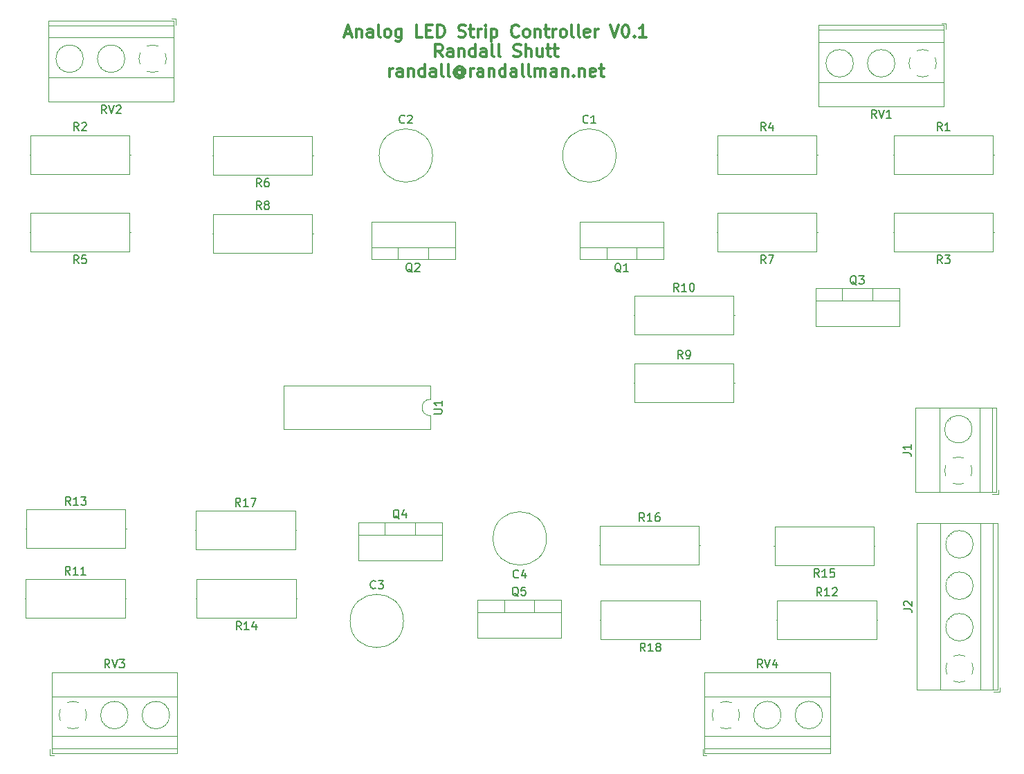
<source format=gbr>
%TF.GenerationSoftware,KiCad,Pcbnew,(6.0.0-0)*%
%TF.CreationDate,2022-02-21T15:28:17-05:00*%
%TF.ProjectId,lm224-3lows-1hi,6c6d3232-342d-4336-9c6f-77732d316869,rev?*%
%TF.SameCoordinates,Original*%
%TF.FileFunction,Legend,Top*%
%TF.FilePolarity,Positive*%
%FSLAX46Y46*%
G04 Gerber Fmt 4.6, Leading zero omitted, Abs format (unit mm)*
G04 Created by KiCad (PCBNEW (6.0.0-0)) date 2022-02-21 15:28:17*
%MOMM*%
%LPD*%
G01*
G04 APERTURE LIST*
%ADD10C,0.300000*%
%ADD11C,0.150000*%
%ADD12C,0.120000*%
G04 APERTURE END LIST*
D10*
X202399028Y-4235800D02*
X203113314Y-4235800D01*
X202256171Y-4664371D02*
X202756171Y-3164371D01*
X203256171Y-4664371D01*
X203756171Y-3664371D02*
X203756171Y-4664371D01*
X203756171Y-3807228D02*
X203827599Y-3735800D01*
X203970457Y-3664371D01*
X204184742Y-3664371D01*
X204327599Y-3735800D01*
X204399028Y-3878657D01*
X204399028Y-4664371D01*
X205756171Y-4664371D02*
X205756171Y-3878657D01*
X205684742Y-3735800D01*
X205541885Y-3664371D01*
X205256171Y-3664371D01*
X205113314Y-3735800D01*
X205756171Y-4592942D02*
X205613314Y-4664371D01*
X205256171Y-4664371D01*
X205113314Y-4592942D01*
X205041885Y-4450085D01*
X205041885Y-4307228D01*
X205113314Y-4164371D01*
X205256171Y-4092942D01*
X205613314Y-4092942D01*
X205756171Y-4021514D01*
X206684742Y-4664371D02*
X206541885Y-4592942D01*
X206470457Y-4450085D01*
X206470457Y-3164371D01*
X207470457Y-4664371D02*
X207327599Y-4592942D01*
X207256171Y-4521514D01*
X207184742Y-4378657D01*
X207184742Y-3950085D01*
X207256171Y-3807228D01*
X207327599Y-3735800D01*
X207470457Y-3664371D01*
X207684742Y-3664371D01*
X207827599Y-3735800D01*
X207899028Y-3807228D01*
X207970457Y-3950085D01*
X207970457Y-4378657D01*
X207899028Y-4521514D01*
X207827599Y-4592942D01*
X207684742Y-4664371D01*
X207470457Y-4664371D01*
X209256171Y-3664371D02*
X209256171Y-4878657D01*
X209184742Y-5021514D01*
X209113314Y-5092942D01*
X208970457Y-5164371D01*
X208756171Y-5164371D01*
X208613314Y-5092942D01*
X209256171Y-4592942D02*
X209113314Y-4664371D01*
X208827599Y-4664371D01*
X208684742Y-4592942D01*
X208613314Y-4521514D01*
X208541885Y-4378657D01*
X208541885Y-3950085D01*
X208613314Y-3807228D01*
X208684742Y-3735800D01*
X208827599Y-3664371D01*
X209113314Y-3664371D01*
X209256171Y-3735800D01*
X211827599Y-4664371D02*
X211113314Y-4664371D01*
X211113314Y-3164371D01*
X212327599Y-3878657D02*
X212827599Y-3878657D01*
X213041885Y-4664371D02*
X212327599Y-4664371D01*
X212327599Y-3164371D01*
X213041885Y-3164371D01*
X213684742Y-4664371D02*
X213684742Y-3164371D01*
X214041885Y-3164371D01*
X214256171Y-3235800D01*
X214399028Y-3378657D01*
X214470457Y-3521514D01*
X214541885Y-3807228D01*
X214541885Y-4021514D01*
X214470457Y-4307228D01*
X214399028Y-4450085D01*
X214256171Y-4592942D01*
X214041885Y-4664371D01*
X213684742Y-4664371D01*
X216256171Y-4592942D02*
X216470457Y-4664371D01*
X216827599Y-4664371D01*
X216970457Y-4592942D01*
X217041885Y-4521514D01*
X217113314Y-4378657D01*
X217113314Y-4235800D01*
X217041885Y-4092942D01*
X216970457Y-4021514D01*
X216827599Y-3950085D01*
X216541885Y-3878657D01*
X216399028Y-3807228D01*
X216327599Y-3735800D01*
X216256171Y-3592942D01*
X216256171Y-3450085D01*
X216327599Y-3307228D01*
X216399028Y-3235800D01*
X216541885Y-3164371D01*
X216899028Y-3164371D01*
X217113314Y-3235800D01*
X217541885Y-3664371D02*
X218113314Y-3664371D01*
X217756171Y-3164371D02*
X217756171Y-4450085D01*
X217827599Y-4592942D01*
X217970457Y-4664371D01*
X218113314Y-4664371D01*
X218613314Y-4664371D02*
X218613314Y-3664371D01*
X218613314Y-3950085D02*
X218684742Y-3807228D01*
X218756171Y-3735800D01*
X218899028Y-3664371D01*
X219041885Y-3664371D01*
X219541885Y-4664371D02*
X219541885Y-3664371D01*
X219541885Y-3164371D02*
X219470457Y-3235800D01*
X219541885Y-3307228D01*
X219613314Y-3235800D01*
X219541885Y-3164371D01*
X219541885Y-3307228D01*
X220256171Y-3664371D02*
X220256171Y-5164371D01*
X220256171Y-3735800D02*
X220399028Y-3664371D01*
X220684742Y-3664371D01*
X220827599Y-3735800D01*
X220899028Y-3807228D01*
X220970457Y-3950085D01*
X220970457Y-4378657D01*
X220899028Y-4521514D01*
X220827599Y-4592942D01*
X220684742Y-4664371D01*
X220399028Y-4664371D01*
X220256171Y-4592942D01*
X223613314Y-4521514D02*
X223541885Y-4592942D01*
X223327599Y-4664371D01*
X223184742Y-4664371D01*
X222970457Y-4592942D01*
X222827599Y-4450085D01*
X222756171Y-4307228D01*
X222684742Y-4021514D01*
X222684742Y-3807228D01*
X222756171Y-3521514D01*
X222827599Y-3378657D01*
X222970457Y-3235800D01*
X223184742Y-3164371D01*
X223327599Y-3164371D01*
X223541885Y-3235800D01*
X223613314Y-3307228D01*
X224470457Y-4664371D02*
X224327599Y-4592942D01*
X224256171Y-4521514D01*
X224184742Y-4378657D01*
X224184742Y-3950085D01*
X224256171Y-3807228D01*
X224327599Y-3735800D01*
X224470457Y-3664371D01*
X224684742Y-3664371D01*
X224827599Y-3735800D01*
X224899028Y-3807228D01*
X224970457Y-3950085D01*
X224970457Y-4378657D01*
X224899028Y-4521514D01*
X224827599Y-4592942D01*
X224684742Y-4664371D01*
X224470457Y-4664371D01*
X225613314Y-3664371D02*
X225613314Y-4664371D01*
X225613314Y-3807228D02*
X225684742Y-3735800D01*
X225827599Y-3664371D01*
X226041885Y-3664371D01*
X226184742Y-3735800D01*
X226256171Y-3878657D01*
X226256171Y-4664371D01*
X226756171Y-3664371D02*
X227327599Y-3664371D01*
X226970457Y-3164371D02*
X226970457Y-4450085D01*
X227041885Y-4592942D01*
X227184742Y-4664371D01*
X227327599Y-4664371D01*
X227827599Y-4664371D02*
X227827599Y-3664371D01*
X227827599Y-3950085D02*
X227899028Y-3807228D01*
X227970457Y-3735800D01*
X228113314Y-3664371D01*
X228256171Y-3664371D01*
X228970457Y-4664371D02*
X228827599Y-4592942D01*
X228756171Y-4521514D01*
X228684742Y-4378657D01*
X228684742Y-3950085D01*
X228756171Y-3807228D01*
X228827599Y-3735800D01*
X228970457Y-3664371D01*
X229184742Y-3664371D01*
X229327599Y-3735800D01*
X229399028Y-3807228D01*
X229470457Y-3950085D01*
X229470457Y-4378657D01*
X229399028Y-4521514D01*
X229327599Y-4592942D01*
X229184742Y-4664371D01*
X228970457Y-4664371D01*
X230327599Y-4664371D02*
X230184742Y-4592942D01*
X230113314Y-4450085D01*
X230113314Y-3164371D01*
X231113314Y-4664371D02*
X230970457Y-4592942D01*
X230899028Y-4450085D01*
X230899028Y-3164371D01*
X232256171Y-4592942D02*
X232113314Y-4664371D01*
X231827600Y-4664371D01*
X231684742Y-4592942D01*
X231613314Y-4450085D01*
X231613314Y-3878657D01*
X231684742Y-3735800D01*
X231827600Y-3664371D01*
X232113314Y-3664371D01*
X232256171Y-3735800D01*
X232327600Y-3878657D01*
X232327600Y-4021514D01*
X231613314Y-4164371D01*
X232970457Y-4664371D02*
X232970457Y-3664371D01*
X232970457Y-3950085D02*
X233041885Y-3807228D01*
X233113314Y-3735800D01*
X233256171Y-3664371D01*
X233399028Y-3664371D01*
X234827600Y-3164371D02*
X235327600Y-4664371D01*
X235827600Y-3164371D01*
X236613314Y-3164371D02*
X236756171Y-3164371D01*
X236899028Y-3235800D01*
X236970457Y-3307228D01*
X237041885Y-3450085D01*
X237113314Y-3735800D01*
X237113314Y-4092942D01*
X237041885Y-4378657D01*
X236970457Y-4521514D01*
X236899028Y-4592942D01*
X236756171Y-4664371D01*
X236613314Y-4664371D01*
X236470457Y-4592942D01*
X236399028Y-4521514D01*
X236327600Y-4378657D01*
X236256171Y-4092942D01*
X236256171Y-3735800D01*
X236327600Y-3450085D01*
X236399028Y-3307228D01*
X236470457Y-3235800D01*
X236613314Y-3164371D01*
X237756171Y-4521514D02*
X237827599Y-4592942D01*
X237756171Y-4664371D01*
X237684742Y-4592942D01*
X237756171Y-4521514D01*
X237756171Y-4664371D01*
X239256171Y-4664371D02*
X238399028Y-4664371D01*
X238827600Y-4664371D02*
X238827600Y-3164371D01*
X238684742Y-3378657D01*
X238541885Y-3521514D01*
X238399028Y-3592942D01*
X214291885Y-7079371D02*
X213791885Y-6365085D01*
X213434742Y-7079371D02*
X213434742Y-5579371D01*
X214006171Y-5579371D01*
X214149028Y-5650800D01*
X214220457Y-5722228D01*
X214291885Y-5865085D01*
X214291885Y-6079371D01*
X214220457Y-6222228D01*
X214149028Y-6293657D01*
X214006171Y-6365085D01*
X213434742Y-6365085D01*
X215577600Y-7079371D02*
X215577600Y-6293657D01*
X215506171Y-6150800D01*
X215363314Y-6079371D01*
X215077600Y-6079371D01*
X214934742Y-6150800D01*
X215577600Y-7007942D02*
X215434742Y-7079371D01*
X215077600Y-7079371D01*
X214934742Y-7007942D01*
X214863314Y-6865085D01*
X214863314Y-6722228D01*
X214934742Y-6579371D01*
X215077600Y-6507942D01*
X215434742Y-6507942D01*
X215577600Y-6436514D01*
X216291885Y-6079371D02*
X216291885Y-7079371D01*
X216291885Y-6222228D02*
X216363314Y-6150800D01*
X216506171Y-6079371D01*
X216720457Y-6079371D01*
X216863314Y-6150800D01*
X216934742Y-6293657D01*
X216934742Y-7079371D01*
X218291885Y-7079371D02*
X218291885Y-5579371D01*
X218291885Y-7007942D02*
X218149028Y-7079371D01*
X217863314Y-7079371D01*
X217720457Y-7007942D01*
X217649028Y-6936514D01*
X217577600Y-6793657D01*
X217577600Y-6365085D01*
X217649028Y-6222228D01*
X217720457Y-6150800D01*
X217863314Y-6079371D01*
X218149028Y-6079371D01*
X218291885Y-6150800D01*
X219649028Y-7079371D02*
X219649028Y-6293657D01*
X219577600Y-6150800D01*
X219434742Y-6079371D01*
X219149028Y-6079371D01*
X219006171Y-6150800D01*
X219649028Y-7007942D02*
X219506171Y-7079371D01*
X219149028Y-7079371D01*
X219006171Y-7007942D01*
X218934742Y-6865085D01*
X218934742Y-6722228D01*
X219006171Y-6579371D01*
X219149028Y-6507942D01*
X219506171Y-6507942D01*
X219649028Y-6436514D01*
X220577600Y-7079371D02*
X220434742Y-7007942D01*
X220363314Y-6865085D01*
X220363314Y-5579371D01*
X221363314Y-7079371D02*
X221220457Y-7007942D01*
X221149028Y-6865085D01*
X221149028Y-5579371D01*
X223006171Y-7007942D02*
X223220457Y-7079371D01*
X223577600Y-7079371D01*
X223720457Y-7007942D01*
X223791885Y-6936514D01*
X223863314Y-6793657D01*
X223863314Y-6650800D01*
X223791885Y-6507942D01*
X223720457Y-6436514D01*
X223577600Y-6365085D01*
X223291885Y-6293657D01*
X223149028Y-6222228D01*
X223077600Y-6150800D01*
X223006171Y-6007942D01*
X223006171Y-5865085D01*
X223077600Y-5722228D01*
X223149028Y-5650800D01*
X223291885Y-5579371D01*
X223649028Y-5579371D01*
X223863314Y-5650800D01*
X224506171Y-7079371D02*
X224506171Y-5579371D01*
X225149028Y-7079371D02*
X225149028Y-6293657D01*
X225077600Y-6150800D01*
X224934742Y-6079371D01*
X224720457Y-6079371D01*
X224577600Y-6150800D01*
X224506171Y-6222228D01*
X226506171Y-6079371D02*
X226506171Y-7079371D01*
X225863314Y-6079371D02*
X225863314Y-6865085D01*
X225934742Y-7007942D01*
X226077600Y-7079371D01*
X226291885Y-7079371D01*
X226434742Y-7007942D01*
X226506171Y-6936514D01*
X227006171Y-6079371D02*
X227577600Y-6079371D01*
X227220457Y-5579371D02*
X227220457Y-6865085D01*
X227291885Y-7007942D01*
X227434742Y-7079371D01*
X227577600Y-7079371D01*
X227863314Y-6079371D02*
X228434742Y-6079371D01*
X228077600Y-5579371D02*
X228077600Y-6865085D01*
X228149028Y-7007942D01*
X228291885Y-7079371D01*
X228434742Y-7079371D01*
X207827600Y-9494371D02*
X207827600Y-8494371D01*
X207827600Y-8780085D02*
X207899028Y-8637228D01*
X207970457Y-8565800D01*
X208113314Y-8494371D01*
X208256171Y-8494371D01*
X209399028Y-9494371D02*
X209399028Y-8708657D01*
X209327600Y-8565800D01*
X209184742Y-8494371D01*
X208899028Y-8494371D01*
X208756171Y-8565800D01*
X209399028Y-9422942D02*
X209256171Y-9494371D01*
X208899028Y-9494371D01*
X208756171Y-9422942D01*
X208684742Y-9280085D01*
X208684742Y-9137228D01*
X208756171Y-8994371D01*
X208899028Y-8922942D01*
X209256171Y-8922942D01*
X209399028Y-8851514D01*
X210113314Y-8494371D02*
X210113314Y-9494371D01*
X210113314Y-8637228D02*
X210184742Y-8565800D01*
X210327600Y-8494371D01*
X210541885Y-8494371D01*
X210684742Y-8565800D01*
X210756171Y-8708657D01*
X210756171Y-9494371D01*
X212113314Y-9494371D02*
X212113314Y-7994371D01*
X212113314Y-9422942D02*
X211970457Y-9494371D01*
X211684742Y-9494371D01*
X211541885Y-9422942D01*
X211470457Y-9351514D01*
X211399028Y-9208657D01*
X211399028Y-8780085D01*
X211470457Y-8637228D01*
X211541885Y-8565800D01*
X211684742Y-8494371D01*
X211970457Y-8494371D01*
X212113314Y-8565800D01*
X213470457Y-9494371D02*
X213470457Y-8708657D01*
X213399028Y-8565800D01*
X213256171Y-8494371D01*
X212970457Y-8494371D01*
X212827600Y-8565800D01*
X213470457Y-9422942D02*
X213327600Y-9494371D01*
X212970457Y-9494371D01*
X212827600Y-9422942D01*
X212756171Y-9280085D01*
X212756171Y-9137228D01*
X212827600Y-8994371D01*
X212970457Y-8922942D01*
X213327600Y-8922942D01*
X213470457Y-8851514D01*
X214399028Y-9494371D02*
X214256171Y-9422942D01*
X214184742Y-9280085D01*
X214184742Y-7994371D01*
X215184742Y-9494371D02*
X215041885Y-9422942D01*
X214970457Y-9280085D01*
X214970457Y-7994371D01*
X216684742Y-8780085D02*
X216613314Y-8708657D01*
X216470457Y-8637228D01*
X216327600Y-8637228D01*
X216184742Y-8708657D01*
X216113314Y-8780085D01*
X216041885Y-8922942D01*
X216041885Y-9065800D01*
X216113314Y-9208657D01*
X216184742Y-9280085D01*
X216327600Y-9351514D01*
X216470457Y-9351514D01*
X216613314Y-9280085D01*
X216684742Y-9208657D01*
X216684742Y-8637228D02*
X216684742Y-9208657D01*
X216756171Y-9280085D01*
X216827600Y-9280085D01*
X216970457Y-9208657D01*
X217041885Y-9065800D01*
X217041885Y-8708657D01*
X216899028Y-8494371D01*
X216684742Y-8351514D01*
X216399028Y-8280085D01*
X216113314Y-8351514D01*
X215899028Y-8494371D01*
X215756171Y-8708657D01*
X215684742Y-8994371D01*
X215756171Y-9280085D01*
X215899028Y-9494371D01*
X216113314Y-9637228D01*
X216399028Y-9708657D01*
X216684742Y-9637228D01*
X216899028Y-9494371D01*
X217684742Y-9494371D02*
X217684742Y-8494371D01*
X217684742Y-8780085D02*
X217756171Y-8637228D01*
X217827600Y-8565800D01*
X217970457Y-8494371D01*
X218113314Y-8494371D01*
X219256171Y-9494371D02*
X219256171Y-8708657D01*
X219184742Y-8565800D01*
X219041885Y-8494371D01*
X218756171Y-8494371D01*
X218613314Y-8565800D01*
X219256171Y-9422942D02*
X219113314Y-9494371D01*
X218756171Y-9494371D01*
X218613314Y-9422942D01*
X218541885Y-9280085D01*
X218541885Y-9137228D01*
X218613314Y-8994371D01*
X218756171Y-8922942D01*
X219113314Y-8922942D01*
X219256171Y-8851514D01*
X219970457Y-8494371D02*
X219970457Y-9494371D01*
X219970457Y-8637228D02*
X220041885Y-8565800D01*
X220184742Y-8494371D01*
X220399028Y-8494371D01*
X220541885Y-8565800D01*
X220613314Y-8708657D01*
X220613314Y-9494371D01*
X221970457Y-9494371D02*
X221970457Y-7994371D01*
X221970457Y-9422942D02*
X221827600Y-9494371D01*
X221541885Y-9494371D01*
X221399028Y-9422942D01*
X221327600Y-9351514D01*
X221256171Y-9208657D01*
X221256171Y-8780085D01*
X221327600Y-8637228D01*
X221399028Y-8565800D01*
X221541885Y-8494371D01*
X221827600Y-8494371D01*
X221970457Y-8565800D01*
X223327600Y-9494371D02*
X223327600Y-8708657D01*
X223256171Y-8565800D01*
X223113314Y-8494371D01*
X222827600Y-8494371D01*
X222684742Y-8565800D01*
X223327600Y-9422942D02*
X223184742Y-9494371D01*
X222827600Y-9494371D01*
X222684742Y-9422942D01*
X222613314Y-9280085D01*
X222613314Y-9137228D01*
X222684742Y-8994371D01*
X222827600Y-8922942D01*
X223184742Y-8922942D01*
X223327600Y-8851514D01*
X224256171Y-9494371D02*
X224113314Y-9422942D01*
X224041885Y-9280085D01*
X224041885Y-7994371D01*
X225041885Y-9494371D02*
X224899028Y-9422942D01*
X224827600Y-9280085D01*
X224827600Y-7994371D01*
X225613314Y-9494371D02*
X225613314Y-8494371D01*
X225613314Y-8637228D02*
X225684742Y-8565800D01*
X225827600Y-8494371D01*
X226041885Y-8494371D01*
X226184742Y-8565800D01*
X226256171Y-8708657D01*
X226256171Y-9494371D01*
X226256171Y-8708657D02*
X226327600Y-8565800D01*
X226470457Y-8494371D01*
X226684742Y-8494371D01*
X226827600Y-8565800D01*
X226899028Y-8708657D01*
X226899028Y-9494371D01*
X228256171Y-9494371D02*
X228256171Y-8708657D01*
X228184742Y-8565800D01*
X228041885Y-8494371D01*
X227756171Y-8494371D01*
X227613314Y-8565800D01*
X228256171Y-9422942D02*
X228113314Y-9494371D01*
X227756171Y-9494371D01*
X227613314Y-9422942D01*
X227541885Y-9280085D01*
X227541885Y-9137228D01*
X227613314Y-8994371D01*
X227756171Y-8922942D01*
X228113314Y-8922942D01*
X228256171Y-8851514D01*
X228970457Y-8494371D02*
X228970457Y-9494371D01*
X228970457Y-8637228D02*
X229041885Y-8565800D01*
X229184742Y-8494371D01*
X229399028Y-8494371D01*
X229541885Y-8565800D01*
X229613314Y-8708657D01*
X229613314Y-9494371D01*
X230327600Y-9351514D02*
X230399028Y-9422942D01*
X230327600Y-9494371D01*
X230256171Y-9422942D01*
X230327600Y-9351514D01*
X230327600Y-9494371D01*
X231041885Y-8494371D02*
X231041885Y-9494371D01*
X231041885Y-8637228D02*
X231113314Y-8565800D01*
X231256171Y-8494371D01*
X231470457Y-8494371D01*
X231613314Y-8565800D01*
X231684742Y-8708657D01*
X231684742Y-9494371D01*
X232970457Y-9422942D02*
X232827600Y-9494371D01*
X232541885Y-9494371D01*
X232399028Y-9422942D01*
X232327600Y-9280085D01*
X232327600Y-8708657D01*
X232399028Y-8565800D01*
X232541885Y-8494371D01*
X232827600Y-8494371D01*
X232970457Y-8565800D01*
X233041885Y-8708657D01*
X233041885Y-8851514D01*
X232327600Y-8994371D01*
X233470457Y-8494371D02*
X234041885Y-8494371D01*
X233684742Y-7994371D02*
X233684742Y-9280085D01*
X233756171Y-9422942D01*
X233899028Y-9494371D01*
X234041885Y-9494371D01*
D11*
%TO.C,Q3*%
X264953761Y-35012619D02*
X264858523Y-34965000D01*
X264763285Y-34869761D01*
X264620428Y-34726904D01*
X264525190Y-34679285D01*
X264429952Y-34679285D01*
X264477571Y-34917380D02*
X264382333Y-34869761D01*
X264287095Y-34774523D01*
X264239476Y-34584047D01*
X264239476Y-34250714D01*
X264287095Y-34060238D01*
X264382333Y-33965000D01*
X264477571Y-33917380D01*
X264668047Y-33917380D01*
X264763285Y-33965000D01*
X264858523Y-34060238D01*
X264906142Y-34250714D01*
X264906142Y-34584047D01*
X264858523Y-34774523D01*
X264763285Y-34869761D01*
X264668047Y-34917380D01*
X264477571Y-34917380D01*
X265239476Y-33917380D02*
X265858523Y-33917380D01*
X265525190Y-34298333D01*
X265668047Y-34298333D01*
X265763285Y-34345952D01*
X265810904Y-34393571D01*
X265858523Y-34488809D01*
X265858523Y-34726904D01*
X265810904Y-34822142D01*
X265763285Y-34869761D01*
X265668047Y-34917380D01*
X265382333Y-34917380D01*
X265287095Y-34869761D01*
X265239476Y-34822142D01*
%TO.C,R11*%
X168724342Y-70539180D02*
X168391009Y-70062990D01*
X168152914Y-70539180D02*
X168152914Y-69539180D01*
X168533866Y-69539180D01*
X168629104Y-69586800D01*
X168676723Y-69634419D01*
X168724342Y-69729657D01*
X168724342Y-69872514D01*
X168676723Y-69967752D01*
X168629104Y-70015371D01*
X168533866Y-70062990D01*
X168152914Y-70062990D01*
X169676723Y-70539180D02*
X169105295Y-70539180D01*
X169391009Y-70539180D02*
X169391009Y-69539180D01*
X169295771Y-69682038D01*
X169200533Y-69777276D01*
X169105295Y-69824895D01*
X170629104Y-70539180D02*
X170057676Y-70539180D01*
X170343390Y-70539180D02*
X170343390Y-69539180D01*
X170248152Y-69682038D01*
X170152914Y-69777276D01*
X170057676Y-69824895D01*
%TO.C,R16*%
X238980742Y-63985980D02*
X238647409Y-63509790D01*
X238409314Y-63985980D02*
X238409314Y-62985980D01*
X238790266Y-62985980D01*
X238885504Y-63033600D01*
X238933123Y-63081219D01*
X238980742Y-63176457D01*
X238980742Y-63319314D01*
X238933123Y-63414552D01*
X238885504Y-63462171D01*
X238790266Y-63509790D01*
X238409314Y-63509790D01*
X239933123Y-63985980D02*
X239361695Y-63985980D01*
X239647409Y-63985980D02*
X239647409Y-62985980D01*
X239552171Y-63128838D01*
X239456933Y-63224076D01*
X239361695Y-63271695D01*
X240790266Y-62985980D02*
X240599790Y-62985980D01*
X240504552Y-63033600D01*
X240456933Y-63081219D01*
X240361695Y-63224076D01*
X240314076Y-63414552D01*
X240314076Y-63795504D01*
X240361695Y-63890742D01*
X240409314Y-63938361D01*
X240504552Y-63985980D01*
X240695028Y-63985980D01*
X240790266Y-63938361D01*
X240837885Y-63890742D01*
X240885504Y-63795504D01*
X240885504Y-63557409D01*
X240837885Y-63462171D01*
X240790266Y-63414552D01*
X240695028Y-63366933D01*
X240504552Y-63366933D01*
X240409314Y-63414552D01*
X240361695Y-63462171D01*
X240314076Y-63557409D01*
%TO.C,J1*%
X270611380Y-55583333D02*
X271325666Y-55583333D01*
X271468523Y-55630952D01*
X271563761Y-55726190D01*
X271611380Y-55869047D01*
X271611380Y-55964285D01*
X271611380Y-54583333D02*
X271611380Y-55154761D01*
X271611380Y-54869047D02*
X270611380Y-54869047D01*
X270754238Y-54964285D01*
X270849476Y-55059523D01*
X270897095Y-55154761D01*
%TO.C,RV2*%
X173145761Y-14027380D02*
X172812428Y-13551190D01*
X172574333Y-14027380D02*
X172574333Y-13027380D01*
X172955285Y-13027380D01*
X173050523Y-13075000D01*
X173098142Y-13122619D01*
X173145761Y-13217857D01*
X173145761Y-13360714D01*
X173098142Y-13455952D01*
X173050523Y-13503571D01*
X172955285Y-13551190D01*
X172574333Y-13551190D01*
X173431476Y-13027380D02*
X173764809Y-14027380D01*
X174098142Y-13027380D01*
X174383857Y-13122619D02*
X174431476Y-13075000D01*
X174526714Y-13027380D01*
X174764809Y-13027380D01*
X174860047Y-13075000D01*
X174907666Y-13122619D01*
X174955285Y-13217857D01*
X174955285Y-13313095D01*
X174907666Y-13455952D01*
X174336238Y-14027380D01*
X174955285Y-14027380D01*
%TO.C,C1*%
X232096333Y-15134142D02*
X232048714Y-15181761D01*
X231905857Y-15229380D01*
X231810619Y-15229380D01*
X231667761Y-15181761D01*
X231572523Y-15086523D01*
X231524904Y-14991285D01*
X231477285Y-14800809D01*
X231477285Y-14657952D01*
X231524904Y-14467476D01*
X231572523Y-14372238D01*
X231667761Y-14277000D01*
X231810619Y-14229380D01*
X231905857Y-14229380D01*
X232048714Y-14277000D01*
X232096333Y-14324619D01*
X233048714Y-15229380D02*
X232477285Y-15229380D01*
X232763000Y-15229380D02*
X232763000Y-14229380D01*
X232667761Y-14372238D01*
X232572523Y-14467476D01*
X232477285Y-14515095D01*
%TO.C,R5*%
X169759333Y-32397380D02*
X169426000Y-31921190D01*
X169187904Y-32397380D02*
X169187904Y-31397380D01*
X169568857Y-31397380D01*
X169664095Y-31445000D01*
X169711714Y-31492619D01*
X169759333Y-31587857D01*
X169759333Y-31730714D01*
X169711714Y-31825952D01*
X169664095Y-31873571D01*
X169568857Y-31921190D01*
X169187904Y-31921190D01*
X170664095Y-31397380D02*
X170187904Y-31397380D01*
X170140285Y-31873571D01*
X170187904Y-31825952D01*
X170283142Y-31778333D01*
X170521238Y-31778333D01*
X170616476Y-31825952D01*
X170664095Y-31873571D01*
X170711714Y-31968809D01*
X170711714Y-32206904D01*
X170664095Y-32302142D01*
X170616476Y-32349761D01*
X170521238Y-32397380D01*
X170283142Y-32397380D01*
X170187904Y-32349761D01*
X170140285Y-32302142D01*
%TO.C,R14*%
X189653942Y-77279180D02*
X189320609Y-76802990D01*
X189082514Y-77279180D02*
X189082514Y-76279180D01*
X189463466Y-76279180D01*
X189558704Y-76326800D01*
X189606323Y-76374419D01*
X189653942Y-76469657D01*
X189653942Y-76612514D01*
X189606323Y-76707752D01*
X189558704Y-76755371D01*
X189463466Y-76802990D01*
X189082514Y-76802990D01*
X190606323Y-77279180D02*
X190034895Y-77279180D01*
X190320609Y-77279180D02*
X190320609Y-76279180D01*
X190225371Y-76422038D01*
X190130133Y-76517276D01*
X190034895Y-76564895D01*
X191463466Y-76612514D02*
X191463466Y-77279180D01*
X191225371Y-76231561D02*
X190987276Y-76945847D01*
X191606323Y-76945847D01*
%TO.C,R7*%
X253833333Y-32397380D02*
X253500000Y-31921190D01*
X253261904Y-32397380D02*
X253261904Y-31397380D01*
X253642857Y-31397380D01*
X253738095Y-31445000D01*
X253785714Y-31492619D01*
X253833333Y-31587857D01*
X253833333Y-31730714D01*
X253785714Y-31825952D01*
X253738095Y-31873571D01*
X253642857Y-31921190D01*
X253261904Y-31921190D01*
X254166666Y-31397380D02*
X254833333Y-31397380D01*
X254404761Y-32397380D01*
%TO.C,R12*%
X260672342Y-73129980D02*
X260339009Y-72653790D01*
X260100914Y-73129980D02*
X260100914Y-72129980D01*
X260481866Y-72129980D01*
X260577104Y-72177600D01*
X260624723Y-72225219D01*
X260672342Y-72320457D01*
X260672342Y-72463314D01*
X260624723Y-72558552D01*
X260577104Y-72606171D01*
X260481866Y-72653790D01*
X260100914Y-72653790D01*
X261624723Y-73129980D02*
X261053295Y-73129980D01*
X261339009Y-73129980D02*
X261339009Y-72129980D01*
X261243771Y-72272838D01*
X261148533Y-72368076D01*
X261053295Y-72415695D01*
X262005676Y-72225219D02*
X262053295Y-72177600D01*
X262148533Y-72129980D01*
X262386628Y-72129980D01*
X262481866Y-72177600D01*
X262529485Y-72225219D01*
X262577104Y-72320457D01*
X262577104Y-72415695D01*
X262529485Y-72558552D01*
X261958057Y-73129980D01*
X262577104Y-73129980D01*
%TO.C,R15*%
X260367542Y-70827580D02*
X260034209Y-70351390D01*
X259796114Y-70827580D02*
X259796114Y-69827580D01*
X260177066Y-69827580D01*
X260272304Y-69875200D01*
X260319923Y-69922819D01*
X260367542Y-70018057D01*
X260367542Y-70160914D01*
X260319923Y-70256152D01*
X260272304Y-70303771D01*
X260177066Y-70351390D01*
X259796114Y-70351390D01*
X261319923Y-70827580D02*
X260748495Y-70827580D01*
X261034209Y-70827580D02*
X261034209Y-69827580D01*
X260938971Y-69970438D01*
X260843733Y-70065676D01*
X260748495Y-70113295D01*
X262224685Y-69827580D02*
X261748495Y-69827580D01*
X261700876Y-70303771D01*
X261748495Y-70256152D01*
X261843733Y-70208533D01*
X262081828Y-70208533D01*
X262177066Y-70256152D01*
X262224685Y-70303771D01*
X262272304Y-70399009D01*
X262272304Y-70637104D01*
X262224685Y-70732342D01*
X262177066Y-70779961D01*
X262081828Y-70827580D01*
X261843733Y-70827580D01*
X261748495Y-70779961D01*
X261700876Y-70732342D01*
%TO.C,R8*%
X192111333Y-25784380D02*
X191778000Y-25308190D01*
X191539904Y-25784380D02*
X191539904Y-24784380D01*
X191920857Y-24784380D01*
X192016095Y-24832000D01*
X192063714Y-24879619D01*
X192111333Y-24974857D01*
X192111333Y-25117714D01*
X192063714Y-25212952D01*
X192016095Y-25260571D01*
X191920857Y-25308190D01*
X191539904Y-25308190D01*
X192682761Y-25212952D02*
X192587523Y-25165333D01*
X192539904Y-25117714D01*
X192492285Y-25022476D01*
X192492285Y-24974857D01*
X192539904Y-24879619D01*
X192587523Y-24832000D01*
X192682761Y-24784380D01*
X192873238Y-24784380D01*
X192968476Y-24832000D01*
X193016095Y-24879619D01*
X193063714Y-24974857D01*
X193063714Y-25022476D01*
X193016095Y-25117714D01*
X192968476Y-25165333D01*
X192873238Y-25212952D01*
X192682761Y-25212952D01*
X192587523Y-25260571D01*
X192539904Y-25308190D01*
X192492285Y-25403428D01*
X192492285Y-25593904D01*
X192539904Y-25689142D01*
X192587523Y-25736761D01*
X192682761Y-25784380D01*
X192873238Y-25784380D01*
X192968476Y-25736761D01*
X193016095Y-25689142D01*
X193063714Y-25593904D01*
X193063714Y-25403428D01*
X193016095Y-25308190D01*
X192968476Y-25260571D01*
X192873238Y-25212952D01*
%TO.C,R18*%
X239082342Y-79920780D02*
X238749009Y-79444590D01*
X238510914Y-79920780D02*
X238510914Y-78920780D01*
X238891866Y-78920780D01*
X238987104Y-78968400D01*
X239034723Y-79016019D01*
X239082342Y-79111257D01*
X239082342Y-79254114D01*
X239034723Y-79349352D01*
X238987104Y-79396971D01*
X238891866Y-79444590D01*
X238510914Y-79444590D01*
X240034723Y-79920780D02*
X239463295Y-79920780D01*
X239749009Y-79920780D02*
X239749009Y-78920780D01*
X239653771Y-79063638D01*
X239558533Y-79158876D01*
X239463295Y-79206495D01*
X240606152Y-79349352D02*
X240510914Y-79301733D01*
X240463295Y-79254114D01*
X240415676Y-79158876D01*
X240415676Y-79111257D01*
X240463295Y-79016019D01*
X240510914Y-78968400D01*
X240606152Y-78920780D01*
X240796628Y-78920780D01*
X240891866Y-78968400D01*
X240939485Y-79016019D01*
X240987104Y-79111257D01*
X240987104Y-79158876D01*
X240939485Y-79254114D01*
X240891866Y-79301733D01*
X240796628Y-79349352D01*
X240606152Y-79349352D01*
X240510914Y-79396971D01*
X240463295Y-79444590D01*
X240415676Y-79539828D01*
X240415676Y-79730304D01*
X240463295Y-79825542D01*
X240510914Y-79873161D01*
X240606152Y-79920780D01*
X240796628Y-79920780D01*
X240891866Y-79873161D01*
X240939485Y-79825542D01*
X240987104Y-79730304D01*
X240987104Y-79539828D01*
X240939485Y-79444590D01*
X240891866Y-79396971D01*
X240796628Y-79349352D01*
%TO.C,C2*%
X209637333Y-15134142D02*
X209589714Y-15181761D01*
X209446857Y-15229380D01*
X209351619Y-15229380D01*
X209208761Y-15181761D01*
X209113523Y-15086523D01*
X209065904Y-14991285D01*
X209018285Y-14800809D01*
X209018285Y-14657952D01*
X209065904Y-14467476D01*
X209113523Y-14372238D01*
X209208761Y-14277000D01*
X209351619Y-14229380D01*
X209446857Y-14229380D01*
X209589714Y-14277000D01*
X209637333Y-14324619D01*
X210018285Y-14324619D02*
X210065904Y-14277000D01*
X210161142Y-14229380D01*
X210399238Y-14229380D01*
X210494476Y-14277000D01*
X210542095Y-14324619D01*
X210589714Y-14419857D01*
X210589714Y-14515095D01*
X210542095Y-14657952D01*
X209970666Y-15229380D01*
X210589714Y-15229380D01*
%TO.C,RV1*%
X267374761Y-14586380D02*
X267041428Y-14110190D01*
X266803333Y-14586380D02*
X266803333Y-13586380D01*
X267184285Y-13586380D01*
X267279523Y-13634000D01*
X267327142Y-13681619D01*
X267374761Y-13776857D01*
X267374761Y-13919714D01*
X267327142Y-14014952D01*
X267279523Y-14062571D01*
X267184285Y-14110190D01*
X266803333Y-14110190D01*
X267660476Y-13586380D02*
X267993809Y-14586380D01*
X268327142Y-13586380D01*
X269184285Y-14586380D02*
X268612857Y-14586380D01*
X268898571Y-14586380D02*
X268898571Y-13586380D01*
X268803333Y-13729238D01*
X268708095Y-13824476D01*
X268612857Y-13872095D01*
%TO.C,R2*%
X169759333Y-16132380D02*
X169426000Y-15656190D01*
X169187904Y-16132380D02*
X169187904Y-15132380D01*
X169568857Y-15132380D01*
X169664095Y-15180000D01*
X169711714Y-15227619D01*
X169759333Y-15322857D01*
X169759333Y-15465714D01*
X169711714Y-15560952D01*
X169664095Y-15608571D01*
X169568857Y-15656190D01*
X169187904Y-15656190D01*
X170140285Y-15227619D02*
X170187904Y-15180000D01*
X170283142Y-15132380D01*
X170521238Y-15132380D01*
X170616476Y-15180000D01*
X170664095Y-15227619D01*
X170711714Y-15322857D01*
X170711714Y-15418095D01*
X170664095Y-15560952D01*
X170092666Y-16132380D01*
X170711714Y-16132380D01*
%TO.C,Q2*%
X210597761Y-33463619D02*
X210502523Y-33416000D01*
X210407285Y-33320761D01*
X210264428Y-33177904D01*
X210169190Y-33130285D01*
X210073952Y-33130285D01*
X210121571Y-33368380D02*
X210026333Y-33320761D01*
X209931095Y-33225523D01*
X209883476Y-33035047D01*
X209883476Y-32701714D01*
X209931095Y-32511238D01*
X210026333Y-32416000D01*
X210121571Y-32368380D01*
X210312047Y-32368380D01*
X210407285Y-32416000D01*
X210502523Y-32511238D01*
X210550142Y-32701714D01*
X210550142Y-33035047D01*
X210502523Y-33225523D01*
X210407285Y-33320761D01*
X210312047Y-33368380D01*
X210121571Y-33368380D01*
X210931095Y-32463619D02*
X210978714Y-32416000D01*
X211073952Y-32368380D01*
X211312047Y-32368380D01*
X211407285Y-32416000D01*
X211454904Y-32463619D01*
X211502523Y-32558857D01*
X211502523Y-32654095D01*
X211454904Y-32796952D01*
X210883476Y-33368380D01*
X211502523Y-33368380D01*
%TO.C,R10*%
X243197142Y-35817380D02*
X242863809Y-35341190D01*
X242625714Y-35817380D02*
X242625714Y-34817380D01*
X243006666Y-34817380D01*
X243101904Y-34865000D01*
X243149523Y-34912619D01*
X243197142Y-35007857D01*
X243197142Y-35150714D01*
X243149523Y-35245952D01*
X243101904Y-35293571D01*
X243006666Y-35341190D01*
X242625714Y-35341190D01*
X244149523Y-35817380D02*
X243578095Y-35817380D01*
X243863809Y-35817380D02*
X243863809Y-34817380D01*
X243768571Y-34960238D01*
X243673333Y-35055476D01*
X243578095Y-35103095D01*
X244768571Y-34817380D02*
X244863809Y-34817380D01*
X244959047Y-34865000D01*
X245006666Y-34912619D01*
X245054285Y-35007857D01*
X245101904Y-35198333D01*
X245101904Y-35436428D01*
X245054285Y-35626904D01*
X245006666Y-35722142D01*
X244959047Y-35769761D01*
X244863809Y-35817380D01*
X244768571Y-35817380D01*
X244673333Y-35769761D01*
X244625714Y-35722142D01*
X244578095Y-35626904D01*
X244530476Y-35436428D01*
X244530476Y-35198333D01*
X244578095Y-35007857D01*
X244625714Y-34912619D01*
X244673333Y-34865000D01*
X244768571Y-34817380D01*
%TO.C,R1*%
X275423333Y-16132380D02*
X275090000Y-15656190D01*
X274851904Y-16132380D02*
X274851904Y-15132380D01*
X275232857Y-15132380D01*
X275328095Y-15180000D01*
X275375714Y-15227619D01*
X275423333Y-15322857D01*
X275423333Y-15465714D01*
X275375714Y-15560952D01*
X275328095Y-15608571D01*
X275232857Y-15656190D01*
X274851904Y-15656190D01*
X276375714Y-16132380D02*
X275804285Y-16132380D01*
X276090000Y-16132380D02*
X276090000Y-15132380D01*
X275994761Y-15275238D01*
X275899523Y-15370476D01*
X275804285Y-15418095D01*
%TO.C,C4*%
X223576533Y-70847942D02*
X223528914Y-70895561D01*
X223386057Y-70943180D01*
X223290819Y-70943180D01*
X223147961Y-70895561D01*
X223052723Y-70800323D01*
X223005104Y-70705085D01*
X222957485Y-70514609D01*
X222957485Y-70371752D01*
X223005104Y-70181276D01*
X223052723Y-70086038D01*
X223147961Y-69990800D01*
X223290819Y-69943180D01*
X223386057Y-69943180D01*
X223528914Y-69990800D01*
X223576533Y-70038419D01*
X224433676Y-70276514D02*
X224433676Y-70943180D01*
X224195580Y-69895561D02*
X223957485Y-70609847D01*
X224576533Y-70609847D01*
%TO.C,R17*%
X189552342Y-62157180D02*
X189219009Y-61680990D01*
X188980914Y-62157180D02*
X188980914Y-61157180D01*
X189361866Y-61157180D01*
X189457104Y-61204800D01*
X189504723Y-61252419D01*
X189552342Y-61347657D01*
X189552342Y-61490514D01*
X189504723Y-61585752D01*
X189457104Y-61633371D01*
X189361866Y-61680990D01*
X188980914Y-61680990D01*
X190504723Y-62157180D02*
X189933295Y-62157180D01*
X190219009Y-62157180D02*
X190219009Y-61157180D01*
X190123771Y-61300038D01*
X190028533Y-61395276D01*
X189933295Y-61442895D01*
X190838057Y-61157180D02*
X191504723Y-61157180D01*
X191076152Y-62157180D01*
%TO.C,Q1*%
X236124761Y-33463619D02*
X236029523Y-33416000D01*
X235934285Y-33320761D01*
X235791428Y-33177904D01*
X235696190Y-33130285D01*
X235600952Y-33130285D01*
X235648571Y-33368380D02*
X235553333Y-33320761D01*
X235458095Y-33225523D01*
X235410476Y-33035047D01*
X235410476Y-32701714D01*
X235458095Y-32511238D01*
X235553333Y-32416000D01*
X235648571Y-32368380D01*
X235839047Y-32368380D01*
X235934285Y-32416000D01*
X236029523Y-32511238D01*
X236077142Y-32701714D01*
X236077142Y-33035047D01*
X236029523Y-33225523D01*
X235934285Y-33320761D01*
X235839047Y-33368380D01*
X235648571Y-33368380D01*
X237029523Y-33368380D02*
X236458095Y-33368380D01*
X236743809Y-33368380D02*
X236743809Y-32368380D01*
X236648571Y-32511238D01*
X236553333Y-32606476D01*
X236458095Y-32654095D01*
%TO.C,R6*%
X192111333Y-22999380D02*
X191778000Y-22523190D01*
X191539904Y-22999380D02*
X191539904Y-21999380D01*
X191920857Y-21999380D01*
X192016095Y-22047000D01*
X192063714Y-22094619D01*
X192111333Y-22189857D01*
X192111333Y-22332714D01*
X192063714Y-22427952D01*
X192016095Y-22475571D01*
X191920857Y-22523190D01*
X191539904Y-22523190D01*
X192968476Y-21999380D02*
X192778000Y-21999380D01*
X192682761Y-22047000D01*
X192635142Y-22094619D01*
X192539904Y-22237476D01*
X192492285Y-22427952D01*
X192492285Y-22808904D01*
X192539904Y-22904142D01*
X192587523Y-22951761D01*
X192682761Y-22999380D01*
X192873238Y-22999380D01*
X192968476Y-22951761D01*
X193016095Y-22904142D01*
X193063714Y-22808904D01*
X193063714Y-22570809D01*
X193016095Y-22475571D01*
X192968476Y-22427952D01*
X192873238Y-22380333D01*
X192682761Y-22380333D01*
X192587523Y-22427952D01*
X192539904Y-22475571D01*
X192492285Y-22570809D01*
%TO.C,C3*%
X206081333Y-72157142D02*
X206033714Y-72204761D01*
X205890857Y-72252380D01*
X205795619Y-72252380D01*
X205652761Y-72204761D01*
X205557523Y-72109523D01*
X205509904Y-72014285D01*
X205462285Y-71823809D01*
X205462285Y-71680952D01*
X205509904Y-71490476D01*
X205557523Y-71395238D01*
X205652761Y-71300000D01*
X205795619Y-71252380D01*
X205890857Y-71252380D01*
X206033714Y-71300000D01*
X206081333Y-71347619D01*
X206414666Y-71252380D02*
X207033714Y-71252380D01*
X206700380Y-71633333D01*
X206843238Y-71633333D01*
X206938476Y-71680952D01*
X206986095Y-71728571D01*
X207033714Y-71823809D01*
X207033714Y-72061904D01*
X206986095Y-72157142D01*
X206938476Y-72204761D01*
X206843238Y-72252380D01*
X206557523Y-72252380D01*
X206462285Y-72204761D01*
X206414666Y-72157142D01*
%TO.C,R4*%
X253833333Y-16132380D02*
X253500000Y-15656190D01*
X253261904Y-16132380D02*
X253261904Y-15132380D01*
X253642857Y-15132380D01*
X253738095Y-15180000D01*
X253785714Y-15227619D01*
X253833333Y-15322857D01*
X253833333Y-15465714D01*
X253785714Y-15560952D01*
X253738095Y-15608571D01*
X253642857Y-15656190D01*
X253261904Y-15656190D01*
X254690476Y-15465714D02*
X254690476Y-16132380D01*
X254452380Y-15084761D02*
X254214285Y-15799047D01*
X254833333Y-15799047D01*
%TO.C,R3*%
X275423333Y-32397380D02*
X275090000Y-31921190D01*
X274851904Y-32397380D02*
X274851904Y-31397380D01*
X275232857Y-31397380D01*
X275328095Y-31445000D01*
X275375714Y-31492619D01*
X275423333Y-31587857D01*
X275423333Y-31730714D01*
X275375714Y-31825952D01*
X275328095Y-31873571D01*
X275232857Y-31921190D01*
X274851904Y-31921190D01*
X275756666Y-31397380D02*
X276375714Y-31397380D01*
X276042380Y-31778333D01*
X276185238Y-31778333D01*
X276280476Y-31825952D01*
X276328095Y-31873571D01*
X276375714Y-31968809D01*
X276375714Y-32206904D01*
X276328095Y-32302142D01*
X276280476Y-32349761D01*
X276185238Y-32397380D01*
X275899523Y-32397380D01*
X275804285Y-32349761D01*
X275756666Y-32302142D01*
%TO.C,R13*%
X168775142Y-62004780D02*
X168441809Y-61528590D01*
X168203714Y-62004780D02*
X168203714Y-61004780D01*
X168584666Y-61004780D01*
X168679904Y-61052400D01*
X168727523Y-61100019D01*
X168775142Y-61195257D01*
X168775142Y-61338114D01*
X168727523Y-61433352D01*
X168679904Y-61480971D01*
X168584666Y-61528590D01*
X168203714Y-61528590D01*
X169727523Y-62004780D02*
X169156095Y-62004780D01*
X169441809Y-62004780D02*
X169441809Y-61004780D01*
X169346571Y-61147638D01*
X169251333Y-61242876D01*
X169156095Y-61290495D01*
X170060857Y-61004780D02*
X170679904Y-61004780D01*
X170346571Y-61385733D01*
X170489428Y-61385733D01*
X170584666Y-61433352D01*
X170632285Y-61480971D01*
X170679904Y-61576209D01*
X170679904Y-61814304D01*
X170632285Y-61909542D01*
X170584666Y-61957161D01*
X170489428Y-62004780D01*
X170203714Y-62004780D01*
X170108476Y-61957161D01*
X170060857Y-61909542D01*
%TO.C,Q5*%
X223577161Y-73168619D02*
X223481923Y-73121000D01*
X223386685Y-73025761D01*
X223243828Y-72882904D01*
X223148590Y-72835285D01*
X223053352Y-72835285D01*
X223100971Y-73073380D02*
X223005733Y-73025761D01*
X222910495Y-72930523D01*
X222862876Y-72740047D01*
X222862876Y-72406714D01*
X222910495Y-72216238D01*
X223005733Y-72121000D01*
X223100971Y-72073380D01*
X223291447Y-72073380D01*
X223386685Y-72121000D01*
X223481923Y-72216238D01*
X223529542Y-72406714D01*
X223529542Y-72740047D01*
X223481923Y-72930523D01*
X223386685Y-73025761D01*
X223291447Y-73073380D01*
X223100971Y-73073380D01*
X224434304Y-72073380D02*
X223958114Y-72073380D01*
X223910495Y-72549571D01*
X223958114Y-72501952D01*
X224053352Y-72454333D01*
X224291447Y-72454333D01*
X224386685Y-72501952D01*
X224434304Y-72549571D01*
X224481923Y-72644809D01*
X224481923Y-72882904D01*
X224434304Y-72978142D01*
X224386685Y-73025761D01*
X224291447Y-73073380D01*
X224053352Y-73073380D01*
X223958114Y-73025761D01*
X223910495Y-72978142D01*
%TO.C,J2*%
X270738380Y-74755333D02*
X271452666Y-74755333D01*
X271595523Y-74802952D01*
X271690761Y-74898190D01*
X271738380Y-75041047D01*
X271738380Y-75136285D01*
X270833619Y-74326761D02*
X270786000Y-74279142D01*
X270738380Y-74183904D01*
X270738380Y-73945809D01*
X270786000Y-73850571D01*
X270833619Y-73802952D01*
X270928857Y-73755333D01*
X271024095Y-73755333D01*
X271166952Y-73802952D01*
X271738380Y-74374380D01*
X271738380Y-73755333D01*
%TO.C,RV3*%
X173542161Y-81924180D02*
X173208828Y-81447990D01*
X172970733Y-81924180D02*
X172970733Y-80924180D01*
X173351685Y-80924180D01*
X173446923Y-80971800D01*
X173494542Y-81019419D01*
X173542161Y-81114657D01*
X173542161Y-81257514D01*
X173494542Y-81352752D01*
X173446923Y-81400371D01*
X173351685Y-81447990D01*
X172970733Y-81447990D01*
X173827876Y-80924180D02*
X174161209Y-81924180D01*
X174494542Y-80924180D01*
X174732638Y-80924180D02*
X175351685Y-80924180D01*
X175018352Y-81305133D01*
X175161209Y-81305133D01*
X175256447Y-81352752D01*
X175304066Y-81400371D01*
X175351685Y-81495609D01*
X175351685Y-81733704D01*
X175304066Y-81828942D01*
X175256447Y-81876561D01*
X175161209Y-81924180D01*
X174875495Y-81924180D01*
X174780257Y-81876561D01*
X174732638Y-81828942D01*
%TO.C,R9*%
X243673333Y-44072380D02*
X243340000Y-43596190D01*
X243101904Y-44072380D02*
X243101904Y-43072380D01*
X243482857Y-43072380D01*
X243578095Y-43120000D01*
X243625714Y-43167619D01*
X243673333Y-43262857D01*
X243673333Y-43405714D01*
X243625714Y-43500952D01*
X243578095Y-43548571D01*
X243482857Y-43596190D01*
X243101904Y-43596190D01*
X244149523Y-44072380D02*
X244340000Y-44072380D01*
X244435238Y-44024761D01*
X244482857Y-43977142D01*
X244578095Y-43834285D01*
X244625714Y-43643809D01*
X244625714Y-43262857D01*
X244578095Y-43167619D01*
X244530476Y-43120000D01*
X244435238Y-43072380D01*
X244244761Y-43072380D01*
X244149523Y-43120000D01*
X244101904Y-43167619D01*
X244054285Y-43262857D01*
X244054285Y-43500952D01*
X244101904Y-43596190D01*
X244149523Y-43643809D01*
X244244761Y-43691428D01*
X244435238Y-43691428D01*
X244530476Y-43643809D01*
X244578095Y-43596190D01*
X244625714Y-43500952D01*
%TO.C,U1*%
X213242380Y-50809904D02*
X214051904Y-50809904D01*
X214147142Y-50762285D01*
X214194761Y-50714666D01*
X214242380Y-50619428D01*
X214242380Y-50428952D01*
X214194761Y-50333714D01*
X214147142Y-50286095D01*
X214051904Y-50238476D01*
X213242380Y-50238476D01*
X214242380Y-49238476D02*
X214242380Y-49809904D01*
X214242380Y-49524190D02*
X213242380Y-49524190D01*
X213385238Y-49619428D01*
X213480476Y-49714666D01*
X213528095Y-49809904D01*
%TO.C,Q4*%
X208997561Y-63669019D02*
X208902323Y-63621400D01*
X208807085Y-63526161D01*
X208664228Y-63383304D01*
X208568990Y-63335685D01*
X208473752Y-63335685D01*
X208521371Y-63573780D02*
X208426133Y-63526161D01*
X208330895Y-63430923D01*
X208283276Y-63240447D01*
X208283276Y-62907114D01*
X208330895Y-62716638D01*
X208426133Y-62621400D01*
X208521371Y-62573780D01*
X208711847Y-62573780D01*
X208807085Y-62621400D01*
X208902323Y-62716638D01*
X208949942Y-62907114D01*
X208949942Y-63240447D01*
X208902323Y-63430923D01*
X208807085Y-63526161D01*
X208711847Y-63573780D01*
X208521371Y-63573780D01*
X209807085Y-62907114D02*
X209807085Y-63573780D01*
X209568990Y-62526161D02*
X209330895Y-63240447D01*
X209949942Y-63240447D01*
%TO.C,RV4*%
X253450561Y-81924180D02*
X253117228Y-81447990D01*
X252879133Y-81924180D02*
X252879133Y-80924180D01*
X253260085Y-80924180D01*
X253355323Y-80971800D01*
X253402942Y-81019419D01*
X253450561Y-81114657D01*
X253450561Y-81257514D01*
X253402942Y-81352752D01*
X253355323Y-81400371D01*
X253260085Y-81447990D01*
X252879133Y-81447990D01*
X253736276Y-80924180D02*
X254069609Y-81924180D01*
X254402942Y-80924180D01*
X255164847Y-81257514D02*
X255164847Y-81924180D01*
X254926752Y-80876561D02*
X254688657Y-81590847D01*
X255307704Y-81590847D01*
D12*
%TO.C,Q3*%
X259929000Y-35465000D02*
X270169000Y-35465000D01*
X259929000Y-40106000D02*
X270169000Y-40106000D01*
X259929000Y-35465000D02*
X259929000Y-40106000D01*
X270169000Y-35465000D02*
X270169000Y-40106000D01*
X259929000Y-36975000D02*
X270169000Y-36975000D01*
X263199000Y-35465000D02*
X263199000Y-36975000D01*
X266900000Y-35465000D02*
X266900000Y-36975000D01*
%TO.C,R11*%
X175437200Y-71086800D02*
X163297200Y-71086800D01*
X163297200Y-75826800D02*
X175437200Y-75826800D01*
X175547200Y-73456800D02*
X175437200Y-73456800D01*
X175437200Y-75826800D02*
X175437200Y-71086800D01*
X163297200Y-71086800D02*
X163297200Y-75826800D01*
X163187200Y-73456800D02*
X163297200Y-73456800D01*
%TO.C,R16*%
X233553600Y-69273600D02*
X245693600Y-69273600D01*
X245693600Y-69273600D02*
X245693600Y-64533600D01*
X245803600Y-66903600D02*
X245693600Y-66903600D01*
X233553600Y-64533600D02*
X233553600Y-69273600D01*
X245693600Y-64533600D02*
X233553600Y-64533600D01*
X233443600Y-66903600D02*
X233553600Y-66903600D01*
%TO.C,J1*%
X278658000Y-53744000D02*
X278693000Y-53779000D01*
X276144000Y-51640000D02*
X276180000Y-51675000D01*
X278442000Y-53937000D02*
X278488000Y-53984000D01*
X281579000Y-60630000D02*
X282319000Y-60630000D01*
X272158000Y-60390000D02*
X282079000Y-60390000D01*
X272158000Y-60390000D02*
X272158000Y-50110000D01*
X282319000Y-60630000D02*
X282319000Y-60130000D01*
X280019000Y-60390000D02*
X280019000Y-50110000D01*
X276350000Y-51435000D02*
X276396000Y-51482000D01*
X275118000Y-60390000D02*
X275118000Y-50110000D01*
X281519000Y-60390000D02*
X281519000Y-50110000D01*
X282079000Y-60390000D02*
X282079000Y-50110000D01*
X272158000Y-50110000D02*
X282079000Y-50110000D01*
X276735000Y-59325000D02*
G75*
G03*
X278102042Y-59325427I684001J1534993D01*
G01*
X275884000Y-57106000D02*
G75*
G03*
X275883573Y-58473042I1534993J-684001D01*
G01*
X278103000Y-56255000D02*
G75*
G03*
X276735958Y-56254573I-684001J-1534993D01*
G01*
X278954000Y-58474000D02*
G75*
G03*
X279099253Y-57761195I-1535001J683999D01*
G01*
X279099000Y-57790000D02*
G75*
G03*
X278953756Y-57106682I-1679992J1D01*
G01*
X279099000Y-52710000D02*
G75*
G03*
X279099000Y-52710000I-1680000J0D01*
G01*
%TO.C,RV2*%
X181421000Y-9616000D02*
X166061000Y-9616000D01*
X169888000Y-6292000D02*
X169935000Y-6246000D01*
X172671000Y-8590000D02*
X172706000Y-8554000D01*
X167386000Y-8384000D02*
X167433000Y-8338000D01*
X181661000Y-2415000D02*
X181161000Y-2415000D01*
X181421000Y-12576000D02*
X166061000Y-12576000D01*
X181421000Y-3215000D02*
X166061000Y-3215000D01*
X181661000Y-3155000D02*
X181661000Y-2415000D01*
X174968000Y-6292000D02*
X175015000Y-6246000D01*
X174775000Y-6076000D02*
X174810000Y-6041000D01*
X181421000Y-4715000D02*
X166061000Y-4715000D01*
X181421000Y-2655000D02*
X166061000Y-2655000D01*
X169695000Y-6076000D02*
X169730000Y-6041000D01*
X172466000Y-8384000D02*
X172513000Y-8338000D01*
X181421000Y-12576000D02*
X181421000Y-2655000D01*
X167591000Y-8590000D02*
X167626000Y-8554000D01*
X166061000Y-12576000D02*
X166061000Y-2655000D01*
X179505000Y-5780000D02*
G75*
G03*
X178792195Y-5634747I-683999J-1535001D01*
G01*
X178137000Y-8850000D02*
G75*
G03*
X179504042Y-8850427I684001J1534993D01*
G01*
X177286000Y-6631000D02*
G75*
G03*
X177285573Y-7998042I1534993J-684001D01*
G01*
X180356000Y-7999000D02*
G75*
G03*
X180356427Y-6631958I-1534993J684001D01*
G01*
X178821000Y-5635000D02*
G75*
G03*
X178137682Y-5780244I-1J-1679992D01*
G01*
X175421000Y-7315000D02*
G75*
G03*
X175421000Y-7315000I-1680000J0D01*
G01*
X170341000Y-7315000D02*
G75*
G03*
X170341000Y-7315000I-1680000J0D01*
G01*
%TO.C,C1*%
X235533000Y-19177000D02*
G75*
G03*
X235533000Y-19177000I-3270000J0D01*
G01*
%TO.C,R5*%
X163856000Y-30945000D02*
X175996000Y-30945000D01*
X163856000Y-26205000D02*
X163856000Y-30945000D01*
X163746000Y-28575000D02*
X163856000Y-28575000D01*
X175996000Y-30945000D02*
X175996000Y-26205000D01*
X176106000Y-28575000D02*
X175996000Y-28575000D01*
X175996000Y-26205000D02*
X163856000Y-26205000D01*
%TO.C,R14*%
X196366800Y-71086800D02*
X184226800Y-71086800D01*
X184116800Y-73456800D02*
X184226800Y-73456800D01*
X184226800Y-75826800D02*
X196366800Y-75826800D01*
X196366800Y-75826800D02*
X196366800Y-71086800D01*
X196476800Y-73456800D02*
X196366800Y-73456800D01*
X184226800Y-71086800D02*
X184226800Y-75826800D01*
%TO.C,R7*%
X247820000Y-28575000D02*
X247930000Y-28575000D01*
X260180000Y-28575000D02*
X260070000Y-28575000D01*
X260070000Y-26205000D02*
X247930000Y-26205000D01*
X260070000Y-30945000D02*
X260070000Y-26205000D01*
X247930000Y-26205000D02*
X247930000Y-30945000D01*
X247930000Y-30945000D02*
X260070000Y-30945000D01*
%TO.C,R12*%
X267385200Y-78417600D02*
X267385200Y-73677600D01*
X255245200Y-73677600D02*
X255245200Y-78417600D01*
X255135200Y-76047600D02*
X255245200Y-76047600D01*
X267385200Y-73677600D02*
X255245200Y-73677600D01*
X255245200Y-78417600D02*
X267385200Y-78417600D01*
X267495200Y-76047600D02*
X267385200Y-76047600D01*
%TO.C,R15*%
X254940400Y-69375200D02*
X267080400Y-69375200D01*
X267080400Y-69375200D02*
X267080400Y-64635200D01*
X254830400Y-67005200D02*
X254940400Y-67005200D01*
X254940400Y-64635200D02*
X254940400Y-69375200D01*
X267190400Y-67005200D02*
X267080400Y-67005200D01*
X267080400Y-64635200D02*
X254940400Y-64635200D01*
%TO.C,R8*%
X186208000Y-31072000D02*
X198348000Y-31072000D01*
X198348000Y-31072000D02*
X198348000Y-26332000D01*
X198458000Y-28702000D02*
X198348000Y-28702000D01*
X186098000Y-28702000D02*
X186208000Y-28702000D01*
X198348000Y-26332000D02*
X186208000Y-26332000D01*
X186208000Y-26332000D02*
X186208000Y-31072000D01*
%TO.C,R18*%
X245905200Y-76098400D02*
X245795200Y-76098400D01*
X245795200Y-78468400D02*
X245795200Y-73728400D01*
X233655200Y-73728400D02*
X233655200Y-78468400D01*
X233545200Y-76098400D02*
X233655200Y-76098400D01*
X245795200Y-73728400D02*
X233655200Y-73728400D01*
X233655200Y-78468400D02*
X245795200Y-78468400D01*
%TO.C,C2*%
X213074000Y-19177000D02*
G75*
G03*
X213074000Y-19177000I-3270000J0D01*
G01*
%TO.C,RV1*%
X261820000Y-9149000D02*
X261855000Y-9113000D01*
X266695000Y-8943000D02*
X266742000Y-8897000D01*
X260290000Y-13135000D02*
X260290000Y-3214000D01*
X269197000Y-6851000D02*
X269244000Y-6805000D01*
X263924000Y-6635000D02*
X263959000Y-6600000D01*
X275650000Y-13135000D02*
X275650000Y-3214000D01*
X275650000Y-5274000D02*
X260290000Y-5274000D01*
X275890000Y-2974000D02*
X275390000Y-2974000D01*
X275890000Y-3714000D02*
X275890000Y-2974000D01*
X266900000Y-9149000D02*
X266935000Y-9113000D01*
X264117000Y-6851000D02*
X264164000Y-6805000D01*
X269004000Y-6635000D02*
X269039000Y-6600000D01*
X275650000Y-13135000D02*
X260290000Y-13135000D01*
X261615000Y-8943000D02*
X261662000Y-8897000D01*
X275650000Y-10175000D02*
X260290000Y-10175000D01*
X275650000Y-3774000D02*
X260290000Y-3774000D01*
X275650000Y-3214000D02*
X260290000Y-3214000D01*
X273734000Y-6339000D02*
G75*
G03*
X273021195Y-6193747I-683999J-1535001D01*
G01*
X273050000Y-6194000D02*
G75*
G03*
X272366682Y-6339244I-1J-1679992D01*
G01*
X272366000Y-9409000D02*
G75*
G03*
X273733042Y-9409427I684001J1534993D01*
G01*
X274585000Y-8558000D02*
G75*
G03*
X274585427Y-7190958I-1534993J684001D01*
G01*
X271515000Y-7190000D02*
G75*
G03*
X271514573Y-8557042I1534993J-684001D01*
G01*
X264570000Y-7874000D02*
G75*
G03*
X264570000Y-7874000I-1680000J0D01*
G01*
X269650000Y-7874000D02*
G75*
G03*
X269650000Y-7874000I-1680000J0D01*
G01*
%TO.C,R2*%
X163856000Y-21420000D02*
X175996000Y-21420000D01*
X175996000Y-16680000D02*
X163856000Y-16680000D01*
X163746000Y-19050000D02*
X163856000Y-19050000D01*
X175996000Y-21420000D02*
X175996000Y-16680000D01*
X163856000Y-16680000D02*
X163856000Y-21420000D01*
X176106000Y-19050000D02*
X175996000Y-19050000D01*
%TO.C,Q2*%
X215813000Y-31916000D02*
X215813000Y-27275000D01*
X208842000Y-31916000D02*
X208842000Y-30406000D01*
X215813000Y-27275000D02*
X205573000Y-27275000D01*
X215813000Y-30406000D02*
X205573000Y-30406000D01*
X212543000Y-31916000D02*
X212543000Y-30406000D01*
X205573000Y-31916000D02*
X205573000Y-27275000D01*
X215813000Y-31916000D02*
X205573000Y-31916000D01*
%TO.C,R10*%
X250020000Y-38735000D02*
X249910000Y-38735000D01*
X237770000Y-36365000D02*
X237770000Y-41105000D01*
X249910000Y-41105000D02*
X249910000Y-36365000D01*
X249910000Y-36365000D02*
X237770000Y-36365000D01*
X237770000Y-41105000D02*
X249910000Y-41105000D01*
X237660000Y-38735000D02*
X237770000Y-38735000D01*
%TO.C,R1*%
X281660000Y-16680000D02*
X269520000Y-16680000D01*
X269410000Y-19050000D02*
X269520000Y-19050000D01*
X281770000Y-19050000D02*
X281660000Y-19050000D01*
X269520000Y-16680000D02*
X269520000Y-21420000D01*
X281660000Y-21420000D02*
X281660000Y-16680000D01*
X269520000Y-21420000D02*
X281660000Y-21420000D01*
%TO.C,C4*%
X227013200Y-66090800D02*
G75*
G03*
X227013200Y-66090800I-3270000J0D01*
G01*
%TO.C,R17*%
X184125200Y-67444800D02*
X196265200Y-67444800D01*
X196265200Y-62704800D02*
X184125200Y-62704800D01*
X184015200Y-65074800D02*
X184125200Y-65074800D01*
X184125200Y-62704800D02*
X184125200Y-67444800D01*
X196265200Y-67444800D02*
X196265200Y-62704800D01*
X196375200Y-65074800D02*
X196265200Y-65074800D01*
%TO.C,Q1*%
X231100000Y-31916000D02*
X231100000Y-27275000D01*
X241340000Y-30406000D02*
X231100000Y-30406000D01*
X238070000Y-31916000D02*
X238070000Y-30406000D01*
X241340000Y-31916000D02*
X231100000Y-31916000D01*
X234369000Y-31916000D02*
X234369000Y-30406000D01*
X241340000Y-27275000D02*
X231100000Y-27275000D01*
X241340000Y-31916000D02*
X241340000Y-27275000D01*
%TO.C,R6*%
X198458000Y-19177000D02*
X198348000Y-19177000D01*
X186098000Y-19177000D02*
X186208000Y-19177000D01*
X198348000Y-16807000D02*
X186208000Y-16807000D01*
X186208000Y-21547000D02*
X198348000Y-21547000D01*
X186208000Y-16807000D02*
X186208000Y-21547000D01*
X198348000Y-21547000D02*
X198348000Y-16807000D01*
%TO.C,C3*%
X209518000Y-76200000D02*
G75*
G03*
X209518000Y-76200000I-3270000J0D01*
G01*
%TO.C,R4*%
X260070000Y-21420000D02*
X260070000Y-16680000D01*
X260070000Y-16680000D02*
X247930000Y-16680000D01*
X260180000Y-19050000D02*
X260070000Y-19050000D01*
X247930000Y-16680000D02*
X247930000Y-21420000D01*
X247930000Y-21420000D02*
X260070000Y-21420000D01*
X247820000Y-19050000D02*
X247930000Y-19050000D01*
%TO.C,R3*%
X281660000Y-30945000D02*
X281660000Y-26205000D01*
X269520000Y-26205000D02*
X269520000Y-30945000D01*
X281770000Y-28575000D02*
X281660000Y-28575000D01*
X269410000Y-28575000D02*
X269520000Y-28575000D01*
X281660000Y-26205000D02*
X269520000Y-26205000D01*
X269520000Y-30945000D02*
X281660000Y-30945000D01*
%TO.C,R13*%
X163348000Y-67292400D02*
X175488000Y-67292400D01*
X175488000Y-62552400D02*
X163348000Y-62552400D01*
X163348000Y-62552400D02*
X163348000Y-67292400D01*
X175598000Y-64922400D02*
X175488000Y-64922400D01*
X175488000Y-67292400D02*
X175488000Y-62552400D01*
X163238000Y-64922400D02*
X163348000Y-64922400D01*
%TO.C,Q5*%
X218552400Y-78262000D02*
X228792400Y-78262000D01*
X225523400Y-73621000D02*
X225523400Y-75131000D01*
X221822400Y-73621000D02*
X221822400Y-75131000D01*
X218552400Y-73621000D02*
X218552400Y-78262000D01*
X228792400Y-73621000D02*
X228792400Y-78262000D01*
X218552400Y-73621000D02*
X228792400Y-73621000D01*
X218552400Y-75131000D02*
X228792400Y-75131000D01*
%TO.C,J2*%
X280146000Y-84642000D02*
X280146000Y-64202000D01*
X282206000Y-84642000D02*
X282206000Y-64202000D01*
X276271000Y-70812000D02*
X276307000Y-70847000D01*
X272285000Y-84642000D02*
X272285000Y-64202000D01*
X278569000Y-78189000D02*
X278615000Y-78236000D01*
X276271000Y-75892000D02*
X276307000Y-75927000D01*
X276271000Y-65732000D02*
X276307000Y-65767000D01*
X282446000Y-84882000D02*
X282446000Y-84382000D01*
X278569000Y-68029000D02*
X278615000Y-68076000D01*
X276477000Y-75687000D02*
X276523000Y-75734000D01*
X278785000Y-77996000D02*
X278820000Y-78031000D01*
X276477000Y-65527000D02*
X276523000Y-65574000D01*
X272285000Y-64202000D02*
X282206000Y-64202000D01*
X278785000Y-72916000D02*
X278820000Y-72951000D01*
X275245000Y-84642000D02*
X275245000Y-64202000D01*
X281646000Y-84642000D02*
X281646000Y-64202000D01*
X278785000Y-67836000D02*
X278820000Y-67871000D01*
X278569000Y-73109000D02*
X278615000Y-73156000D01*
X281706000Y-84882000D02*
X282446000Y-84882000D01*
X272285000Y-84642000D02*
X282206000Y-84642000D01*
X276477000Y-70607000D02*
X276523000Y-70654000D01*
X279226000Y-82042000D02*
G75*
G03*
X279080756Y-81358682I-1679992J1D01*
G01*
X276862000Y-83577000D02*
G75*
G03*
X278229042Y-83577427I684001J1534993D01*
G01*
X276011000Y-81358000D02*
G75*
G03*
X276010573Y-82725042I1534993J-684001D01*
G01*
X279081000Y-82726000D02*
G75*
G03*
X279226253Y-82013195I-1535001J683999D01*
G01*
X278230000Y-80507000D02*
G75*
G03*
X276862958Y-80506573I-684001J-1534993D01*
G01*
X279226000Y-76962000D02*
G75*
G03*
X279226000Y-76962000I-1680000J0D01*
G01*
X279226000Y-66802000D02*
G75*
G03*
X279226000Y-66802000I-1680000J0D01*
G01*
X279226000Y-71882000D02*
G75*
G03*
X279226000Y-71882000I-1680000J0D01*
G01*
%TO.C,RV3*%
X166457400Y-91831800D02*
X181817400Y-91831800D01*
X175207400Y-86456800D02*
X175172400Y-86492800D01*
X166217400Y-92631800D02*
X166717400Y-92631800D01*
X181817400Y-82470800D02*
X181817400Y-92391800D01*
X166217400Y-91891800D02*
X166217400Y-92631800D01*
X180492400Y-86662800D02*
X180445400Y-86708800D01*
X173103400Y-88970800D02*
X173068400Y-89005800D01*
X172910400Y-88754800D02*
X172863400Y-88800800D01*
X166457400Y-82470800D02*
X181817400Y-82470800D01*
X166457400Y-92391800D02*
X181817400Y-92391800D01*
X178183400Y-88970800D02*
X178148400Y-89005800D01*
X175412400Y-86662800D02*
X175365400Y-86708800D01*
X177990400Y-88754800D02*
X177943400Y-88800800D01*
X166457400Y-82470800D02*
X166457400Y-92391800D01*
X180287400Y-86456800D02*
X180252400Y-86492800D01*
X166457400Y-90331800D02*
X181817400Y-90331800D01*
X166457400Y-85430800D02*
X181817400Y-85430800D01*
X169741400Y-86196800D02*
G75*
G03*
X168374358Y-86196373I-684001J-1534993D01*
G01*
X169057400Y-89411800D02*
G75*
G03*
X169740718Y-89266556I1J1679992D01*
G01*
X168373400Y-89266800D02*
G75*
G03*
X169086205Y-89412053I683999J1535001D01*
G01*
X170592400Y-88415800D02*
G75*
G03*
X170592827Y-87048758I-1534993J684001D01*
G01*
X167522400Y-87047800D02*
G75*
G03*
X167521973Y-88414842I1534993J-684001D01*
G01*
X175817400Y-87731800D02*
G75*
G03*
X175817400Y-87731800I-1680000J0D01*
G01*
X180897400Y-87731800D02*
G75*
G03*
X180897400Y-87731800I-1680000J0D01*
G01*
%TO.C,R9*%
X249910000Y-49360000D02*
X249910000Y-44620000D01*
X237770000Y-44620000D02*
X237770000Y-49360000D01*
X249910000Y-44620000D02*
X237770000Y-44620000D01*
X237660000Y-46990000D02*
X237770000Y-46990000D01*
X250020000Y-46990000D02*
X249910000Y-46990000D01*
X237770000Y-49360000D02*
X249910000Y-49360000D01*
%TO.C,U1*%
X212790000Y-52698000D02*
X212790000Y-51048000D01*
X194890000Y-52698000D02*
X212790000Y-52698000D01*
X212790000Y-49048000D02*
X212790000Y-47398000D01*
X212790000Y-47398000D02*
X194890000Y-47398000D01*
X194890000Y-47398000D02*
X194890000Y-52698000D01*
X212790000Y-49048000D02*
G75*
G03*
X212790000Y-51048000I0J-1000000D01*
G01*
%TO.C,Q4*%
X207242800Y-64121400D02*
X207242800Y-65631400D01*
X214212800Y-64121400D02*
X214212800Y-68762400D01*
X203972800Y-65631400D02*
X214212800Y-65631400D01*
X210943800Y-64121400D02*
X210943800Y-65631400D01*
X203972800Y-64121400D02*
X214212800Y-64121400D01*
X203972800Y-64121400D02*
X203972800Y-68762400D01*
X203972800Y-68762400D02*
X214212800Y-68762400D01*
%TO.C,RV4*%
X246365800Y-85430800D02*
X261725800Y-85430800D01*
X258091800Y-88970800D02*
X258056800Y-89005800D01*
X255115800Y-86456800D02*
X255080800Y-86492800D01*
X260400800Y-86662800D02*
X260353800Y-86708800D01*
X252818800Y-88754800D02*
X252771800Y-88800800D01*
X255320800Y-86662800D02*
X255273800Y-86708800D01*
X246365800Y-91831800D02*
X261725800Y-91831800D01*
X246125800Y-92631800D02*
X246625800Y-92631800D01*
X260195800Y-86456800D02*
X260160800Y-86492800D01*
X253011800Y-88970800D02*
X252976800Y-89005800D01*
X246365800Y-92391800D02*
X261725800Y-92391800D01*
X261725800Y-82470800D02*
X261725800Y-92391800D01*
X246365800Y-82470800D02*
X246365800Y-92391800D01*
X246125800Y-91891800D02*
X246125800Y-92631800D01*
X246365800Y-90331800D02*
X261725800Y-90331800D01*
X246365800Y-82470800D02*
X261725800Y-82470800D01*
X257898800Y-88754800D02*
X257851800Y-88800800D01*
X250500800Y-88415800D02*
G75*
G03*
X250501227Y-87048758I-1534993J684001D01*
G01*
X249649800Y-86196800D02*
G75*
G03*
X248282758Y-86196373I-684001J-1534993D01*
G01*
X248281800Y-89266800D02*
G75*
G03*
X248994605Y-89412053I683999J1535001D01*
G01*
X247430800Y-87047800D02*
G75*
G03*
X247430373Y-88414842I1534993J-684001D01*
G01*
X248965800Y-89411800D02*
G75*
G03*
X249649118Y-89266556I1J1679992D01*
G01*
X260805800Y-87731800D02*
G75*
G03*
X260805800Y-87731800I-1680000J0D01*
G01*
X255725800Y-87731800D02*
G75*
G03*
X255725800Y-87731800I-1680000J0D01*
G01*
%TD*%
M02*

</source>
